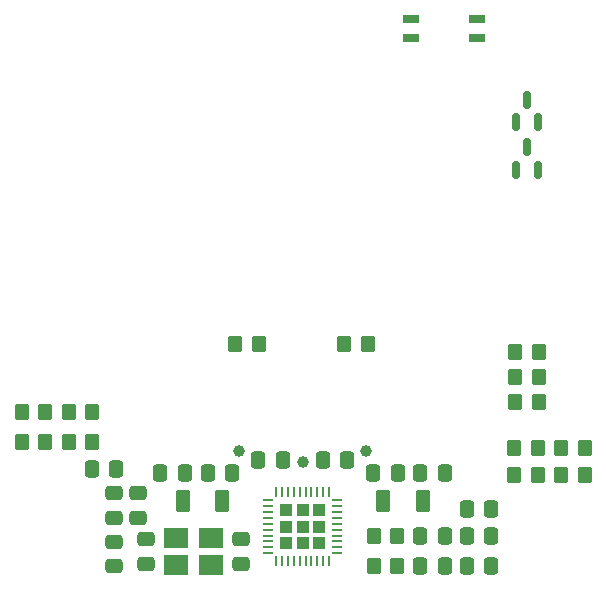
<source format=gbr>
%TF.GenerationSoftware,KiCad,Pcbnew,7.0.11+dfsg-1build4*%
%TF.CreationDate,2026-01-28T23:03:34-05:00*%
%TF.ProjectId,compact-nfc,636f6d70-6163-4742-9d6e-66632e6b6963,rev?*%
%TF.SameCoordinates,Original*%
%TF.FileFunction,Paste,Top*%
%TF.FilePolarity,Positive*%
%FSLAX46Y46*%
G04 Gerber Fmt 4.6, Leading zero omitted, Abs format (unit mm)*
G04 Created by KiCad (PCBNEW 7.0.11+dfsg-1build4) date 2026-01-28 23:03:34*
%MOMM*%
%LPD*%
G01*
G04 APERTURE LIST*
G04 Aperture macros list*
%AMRoundRect*
0 Rectangle with rounded corners*
0 $1 Rounding radius*
0 $2 $3 $4 $5 $6 $7 $8 $9 X,Y pos of 4 corners*
0 Add a 4 corners polygon primitive as box body*
4,1,4,$2,$3,$4,$5,$6,$7,$8,$9,$2,$3,0*
0 Add four circle primitives for the rounded corners*
1,1,$1+$1,$2,$3*
1,1,$1+$1,$4,$5*
1,1,$1+$1,$6,$7*
1,1,$1+$1,$8,$9*
0 Add four rect primitives between the rounded corners*
20,1,$1+$1,$2,$3,$4,$5,0*
20,1,$1+$1,$4,$5,$6,$7,0*
20,1,$1+$1,$6,$7,$8,$9,0*
20,1,$1+$1,$8,$9,$2,$3,0*%
G04 Aperture macros list end*
%ADD10R,1.400000X0.800000*%
%ADD11RoundRect,0.250000X0.350000X0.450000X-0.350000X0.450000X-0.350000X-0.450000X0.350000X-0.450000X0*%
%ADD12RoundRect,0.250000X0.337500X0.475000X-0.337500X0.475000X-0.337500X-0.475000X0.337500X-0.475000X0*%
%ADD13RoundRect,0.250000X-0.350000X-0.450000X0.350000X-0.450000X0.350000X0.450000X-0.350000X0.450000X0*%
%ADD14R,2.100000X1.800000*%
%ADD15RoundRect,0.250000X-0.337500X-0.475000X0.337500X-0.475000X0.337500X0.475000X-0.337500X0.475000X0*%
%ADD16RoundRect,0.250000X0.475000X-0.337500X0.475000X0.337500X-0.475000X0.337500X-0.475000X-0.337500X0*%
%ADD17C,1.000000*%
%ADD18RoundRect,0.250000X0.362500X0.700000X-0.362500X0.700000X-0.362500X-0.700000X0.362500X-0.700000X0*%
%ADD19RoundRect,0.250000X-0.300000X0.300000X-0.300000X-0.300000X0.300000X-0.300000X0.300000X0.300000X0*%
%ADD20RoundRect,0.062500X-0.062500X0.375000X-0.062500X-0.375000X0.062500X-0.375000X0.062500X0.375000X0*%
%ADD21RoundRect,0.062500X-0.375000X0.062500X-0.375000X-0.062500X0.375000X-0.062500X0.375000X0.062500X0*%
%ADD22RoundRect,0.250000X-0.475000X0.337500X-0.475000X-0.337500X0.475000X-0.337500X0.475000X0.337500X0*%
%ADD23RoundRect,0.250000X-0.362500X-0.700000X0.362500X-0.700000X0.362500X0.700000X-0.362500X0.700000X0*%
%ADD24RoundRect,0.150000X0.150000X-0.587500X0.150000X0.587500X-0.150000X0.587500X-0.150000X-0.587500X0*%
G04 APERTURE END LIST*
D10*
%TO.C,D1*%
X134200000Y-103800000D03*
X139800000Y-103800000D03*
X134200000Y-102200000D03*
X139800000Y-102200000D03*
%TD*%
D11*
%TO.C,R7*%
X103200000Y-135500000D03*
X101200000Y-135500000D03*
%TD*%
D12*
%TO.C,C5*%
X115037500Y-140650000D03*
X112962500Y-140650000D03*
%TD*%
D11*
%TO.C,R2*%
X133000000Y-148500000D03*
X131000000Y-148500000D03*
%TD*%
%TO.C,R8*%
X103200000Y-138000000D03*
X101200000Y-138000000D03*
%TD*%
D13*
%TO.C,R4*%
X146900000Y-140800000D03*
X148900000Y-140800000D03*
%TD*%
D11*
%TO.C,R11*%
X121300000Y-129700000D03*
X119300000Y-129700000D03*
%TD*%
D14*
%TO.C,Y1*%
X114300000Y-148450000D03*
X117200000Y-148450000D03*
X117200000Y-146150000D03*
X114300000Y-146150000D03*
%TD*%
D15*
%TO.C,C1*%
X121222500Y-139500000D03*
X123297500Y-139500000D03*
%TD*%
%TO.C,C2*%
X126702500Y-139500000D03*
X128777500Y-139500000D03*
%TD*%
D12*
%TO.C,C4*%
X133037500Y-140650000D03*
X130962500Y-140650000D03*
%TD*%
D11*
%TO.C,R6*%
X107200000Y-138000000D03*
X105200000Y-138000000D03*
%TD*%
D16*
%TO.C,C13*%
X109000000Y-144437500D03*
X109000000Y-142362500D03*
%TD*%
D17*
%TO.C,L_pcb1*%
X119600000Y-138750000D03*
X125000000Y-139700000D03*
X130400000Y-138750000D03*
%TD*%
D15*
%TO.C,C12*%
X138912500Y-143700000D03*
X140987500Y-143700000D03*
%TD*%
D11*
%TO.C,R13*%
X145000000Y-130400000D03*
X143000000Y-130400000D03*
%TD*%
D13*
%TO.C,R9*%
X142900000Y-138500000D03*
X144900000Y-138500000D03*
%TD*%
D18*
%TO.C,L1*%
X118162500Y-143000000D03*
X114837500Y-143000000D03*
%TD*%
D19*
%TO.C,U2*%
X126370000Y-143807500D03*
X125000000Y-143807500D03*
X123630000Y-143807500D03*
X126370000Y-145177500D03*
X125000000Y-145177500D03*
X123630000Y-145177500D03*
X126370000Y-146547500D03*
X125000000Y-146547500D03*
X123630000Y-146547500D03*
D20*
X127250000Y-142240000D03*
X126750000Y-142240000D03*
X126250000Y-142240000D03*
X125750000Y-142240000D03*
X125250000Y-142240000D03*
X124750000Y-142240000D03*
X124250000Y-142240000D03*
X123750000Y-142240000D03*
X123250000Y-142240000D03*
X122750000Y-142240000D03*
D21*
X122062500Y-142927500D03*
X122062500Y-143427500D03*
X122062500Y-143927500D03*
X122062500Y-144427500D03*
X122062500Y-144927500D03*
X122062500Y-145427500D03*
X122062500Y-145927500D03*
X122062500Y-146427500D03*
X122062500Y-146927500D03*
X122062500Y-147427500D03*
D20*
X122750000Y-148115000D03*
X123250000Y-148115000D03*
X123750000Y-148115000D03*
X124250000Y-148115000D03*
X124750000Y-148115000D03*
X125250000Y-148115000D03*
X125750000Y-148115000D03*
X126250000Y-148115000D03*
X126750000Y-148115000D03*
X127250000Y-148115000D03*
D21*
X127937500Y-147427500D03*
X127937500Y-146927500D03*
X127937500Y-146427500D03*
X127937500Y-145927500D03*
X127937500Y-145427500D03*
X127937500Y-144927500D03*
X127937500Y-144427500D03*
X127937500Y-143927500D03*
X127937500Y-143427500D03*
X127937500Y-142927500D03*
%TD*%
D16*
%TO.C,C17*%
X119800000Y-148337500D03*
X119800000Y-146262500D03*
%TD*%
D12*
%TO.C,C6*%
X137037500Y-140650000D03*
X134962500Y-140650000D03*
%TD*%
%TO.C,C14*%
X140987500Y-146000000D03*
X138912500Y-146000000D03*
%TD*%
D22*
%TO.C,C16*%
X111700000Y-146262500D03*
X111700000Y-148337500D03*
%TD*%
D15*
%TO.C,C3*%
X116962500Y-140650000D03*
X119037500Y-140650000D03*
%TD*%
D11*
%TO.C,R15*%
X145000000Y-134620000D03*
X143000000Y-134620000D03*
%TD*%
D15*
%TO.C,C9*%
X107145000Y-140300000D03*
X109220000Y-140300000D03*
%TD*%
D23*
%TO.C,L2*%
X131837500Y-143000000D03*
X135162500Y-143000000D03*
%TD*%
D13*
%TO.C,R10*%
X146900000Y-138500000D03*
X148900000Y-138500000D03*
%TD*%
D15*
%TO.C,C8*%
X134962500Y-148500000D03*
X137037500Y-148500000D03*
%TD*%
D11*
%TO.C,R5*%
X107200000Y-135500000D03*
X105200000Y-135500000D03*
%TD*%
D12*
%TO.C,C7*%
X137037500Y-146000000D03*
X134962500Y-146000000D03*
%TD*%
D16*
%TO.C,C10*%
X111050000Y-144437500D03*
X111050000Y-142362500D03*
%TD*%
D13*
%TO.C,R1*%
X131000000Y-146000000D03*
X133000000Y-146000000D03*
%TD*%
D24*
%TO.C,Q1*%
X143050000Y-110937500D03*
X144950000Y-110937500D03*
X144000000Y-109062500D03*
%TD*%
D16*
%TO.C,C11*%
X109000000Y-148537500D03*
X109000000Y-146462500D03*
%TD*%
D24*
%TO.C,Q2*%
X143050000Y-114937500D03*
X144950000Y-114937500D03*
X144000000Y-113062500D03*
%TD*%
D11*
%TO.C,R14*%
X145000000Y-132500000D03*
X143000000Y-132500000D03*
%TD*%
D13*
%TO.C,R12*%
X128500000Y-129700000D03*
X130500000Y-129700000D03*
%TD*%
%TO.C,R3*%
X142900000Y-140800000D03*
X144900000Y-140800000D03*
%TD*%
D12*
%TO.C,C15*%
X140987500Y-148500000D03*
X138912500Y-148500000D03*
%TD*%
M02*

</source>
